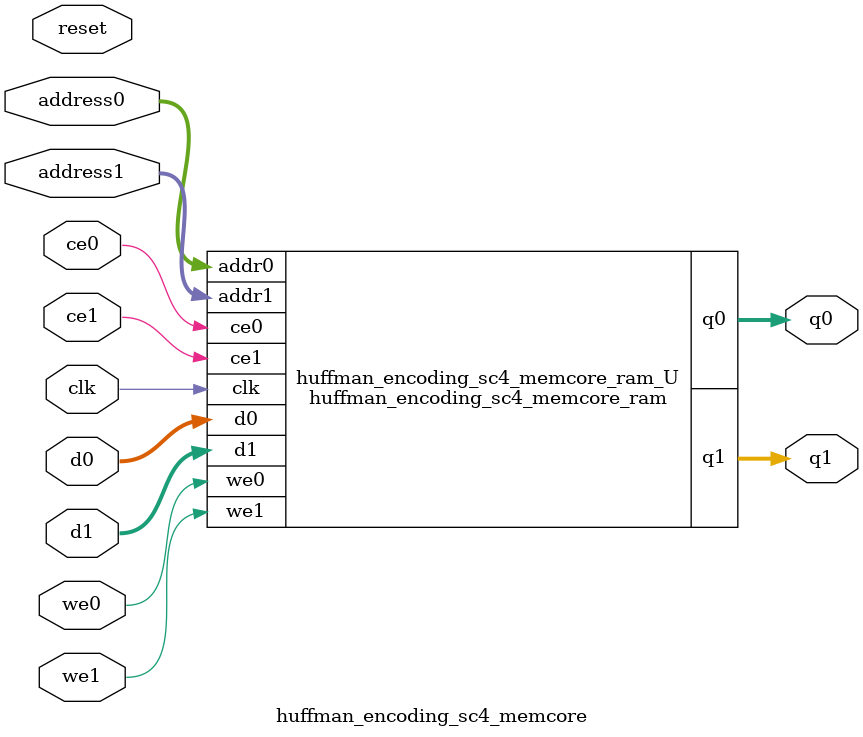
<source format=v>
`timescale 1 ns / 1 ps
module huffman_encoding_sc4_memcore_ram (addr0, ce0, d0, we0, q0, addr1, ce1, d1, we1, q1,  clk);

parameter DWIDTH = 31;
parameter AWIDTH = 9;
parameter MEM_SIZE = 510;

input[AWIDTH-1:0] addr0;
input ce0;
input[DWIDTH-1:0] d0;
input we0;
output reg[DWIDTH-1:0] q0;
input[AWIDTH-1:0] addr1;
input ce1;
input[DWIDTH-1:0] d1;
input we1;
output reg[DWIDTH-1:0] q1;
input clk;

(* ram_style = "block" *)reg [DWIDTH-1:0] ram[0:MEM_SIZE-1];




always @(posedge clk)  
begin 
    if (ce0) begin
        if (we0) 
            ram[addr0] <= d0; 
        q0 <= ram[addr0];
    end
end


always @(posedge clk)  
begin 
    if (ce1) begin
        if (we1) 
            ram[addr1] <= d1; 
        q1 <= ram[addr1];
    end
end


endmodule

`timescale 1 ns / 1 ps
module huffman_encoding_sc4_memcore(
    reset,
    clk,
    address0,
    ce0,
    we0,
    d0,
    q0,
    address1,
    ce1,
    we1,
    d1,
    q1);

parameter DataWidth = 32'd31;
parameter AddressRange = 32'd510;
parameter AddressWidth = 32'd9;
input reset;
input clk;
input[AddressWidth - 1:0] address0;
input ce0;
input we0;
input[DataWidth - 1:0] d0;
output[DataWidth - 1:0] q0;
input[AddressWidth - 1:0] address1;
input ce1;
input we1;
input[DataWidth - 1:0] d1;
output[DataWidth - 1:0] q1;



huffman_encoding_sc4_memcore_ram huffman_encoding_sc4_memcore_ram_U(
    .clk( clk ),
    .addr0( address0 ),
    .ce0( ce0 ),
    .we0( we0 ),
    .d0( d0 ),
    .q0( q0 ),
    .addr1( address1 ),
    .ce1( ce1 ),
    .we1( we1 ),
    .d1( d1 ),
    .q1( q1 ));

endmodule


</source>
